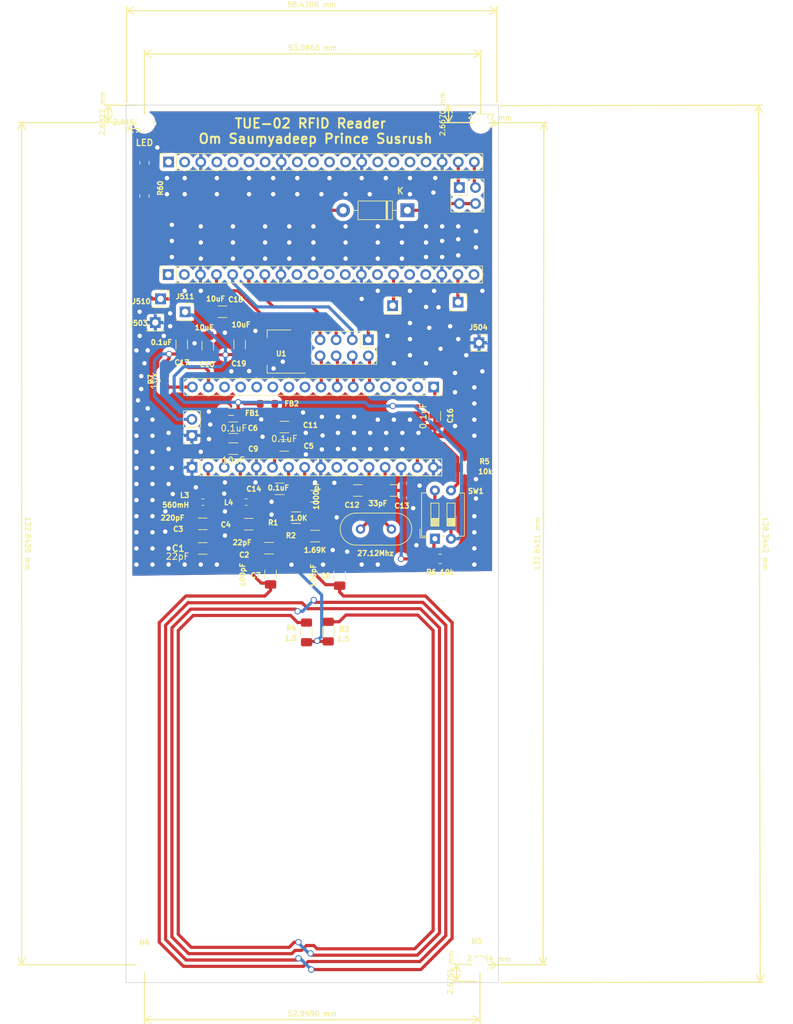
<source format=kicad_pcb>
(kicad_pcb (version 20221018) (generator pcbnew)
  (layers (0 "F.Cu" signal) (31 "B.Cu" signal) (34 "B.Paste" user) (35 "F.Paste" user) (36 "B.SilkS" user "B.Silkscreen") (37 "F.SilkS" user "F.Silkscreen") (38 "B.Mask" user) (39 "F.Mask" user) (44 "Edge.Cuts" user))
  (net 0 "")
  (net 1 "Net-(C1-Pad1)")
  (net 2 "Net-(C1-Pad2)")
  (net 3 "Net-(C2-Pad1)")
  (net 4 "Net-(C2-Pad2)")
  (net 5 "GND")
  (net 6 "/AVDD")
  (net 7 "/TVDD")
  (net 8 "/DVDD")
  (net 9 "/XTAL1")
  (net 10 "/XTAL2")
  (net 11 "/VMID")
  (net 12 "/RX")
  (net 13 "Net-(C15-Pad2)")
  (net 14 "/VIN")
  (net 15 "/MOSI{slash}SDA{slash}TX")
  (net 16 "/NSS{slash}SCL{slash}RX")
  (net 17 "/SCK")
  (net 18 "/MISO")
  (net 19 "/RSTOUT_N")
  (net 20 "/IRQ")
  (net 21 "/TX1")
  (net 22 "/TX2")
  (net 23 "/AUX1")
  (net 24 "/AUX2")
  (net 25 "/SEL0")
  (net 26 "/SEL1")
  (net 27 "/P30{slash}UART_RX")
  (net 28 "/P31")
  (net 29 "/P32")
  (net 30 "/P33")
  (net 31 "/P34{slash}SIC_CLK")
  (net 32 "/SIGOUT")
  (net 33 "/SIGIN")
  (net 34 "/RSTPD_N")
  (net 59 "/VSYS")
  (net 60 "/VBUS")
  (net 61 "/SCK1")
  (net 62 "/MOSI{slash}SDA{slash}TX1")
  (net 63 "/MISO1")
  (net 64 "/NSS{slash}SCL{slash}RX1")
  (net 65 "Net-(D1-K)")
  (net 66 "Net-(J43-Pin_1)")
  (net 67 "Net-(D2-K)")
  (net 68 "Net-(J44-Pin_1)")
  (footprint "Capacitor_SMD:C_1206_3216Metric_Pad1.33x1.80mm_HandSolder" (layer "F.Cu") (at 132.577 97.689)
    (fp_text reference "C11")
    (fp_text value "0.1uF")
  )
  (footprint "MountingHole:MountingHole_2.5mm" (layer "F.Cu") (at 163.449 182.5)
    (fp_text reference "H3")
    (fp_text value "MountingHole")
  )
  (footprint "Capacitor_SMD:C_1206_3216Metric_Pad1.33x1.80mm_HandSolder" (layer "F.Cu") (at 124.5145 101.092)
    (fp_text reference "C9")
    (fp_text value "10uF")
  )
  (footprint "Connector_PinSocket_2.54mm:PinSocket_1x16_P2.54mm_Vertical" (layer "F.Cu") (at 156.15 91.37 -90)
    (fp_text reference "J402" hide)
    (fp_text value "Conn_01x16_Socket" hide)
  )
  (footprint "Capacitor_SMD:C_1206_3216Metric_Pad1.33x1.80mm_HandSolder" (layer "F.Cu") (at 130.4 120.9515 90)
    (fp_text reference "C7")
    (fp_text value "100pF")
  )
  (footprint "Resistor_SMD:R_0805_2012Metric_Pad1.20x1.40mm_HandSolder" (layer "F.Cu") (at 160.95 104.1)
    (fp_text reference "R5")
    (fp_text value "10k")
  )
  (footprint "Capacitor_SMD:C_1206_3216Metric_Pad1.33x1.80mm_HandSolder" (layer "F.Cu") (at 149.977 107.696)
    (fp_text reference "C13")
    (fp_text value "33pF")
  )
  (footprint "Connector_PinSocket_2.54mm:PinSocket_1x01_P2.54mm_Vertical" (layer "F.Cu") (at 112.205 81.205)
    (fp_text reference "J503")
    (fp_text value "Conn_01x01_Socket")
  )
  (footprint "Connector_PinSocket_2.54mm:PinSocket_1x01_P2.54mm_Vertical" (layer "F.Cu") (at 116.905 79.525)
    (fp_text reference "J511")
    (fp_text value "Conn_01x01_Socket")
  )
  (footprint "Capacitor_SMD:C_1206_3216Metric_Pad1.33x1.80mm_HandSolder" (layer "F.Cu") (at 132.5395 100.584)
    (fp_text reference "C5")
    (fp_text value "10uF")
  )
  (footprint "Capacitor_SMD:C_1206_3216Metric_Pad1.33x1.80mm_HandSolder" (layer "F.Cu") (at 125.52 84.66 90)
    (fp_text reference "C19")
    (fp_text value "10uF")
  )
  (footprint "Capacitor_SMD:C_1206_3216Metric_Pad1.33x1.80mm_HandSolder" (layer "F.Cu") (at 141.3 121.1515 -90)
    (fp_text reference "C8")
    (fp_text value "100pF")
  )
  (footprint "Connector_PinSocket_2.54mm:PinSocket_1x01_P2.54mm_Vertical" (layer "F.Cu") (at 149.6568 78.5368)
    (fp_text reference "J43" hide)
    (fp_text value "Conn_01x01_Socket")
  )
  (footprint "Capacitor_SMD:C_1206_3216Metric_Pad1.33x1.80mm_HandSolder" (layer "F.Cu") (at 137.4145 108.589)
    (fp_text reference "C15" hide)
    (fp_text value "1000pF")
  )
  (footprint "Connector_PinSocket_2.54mm:PinSocket_1x01_P2.54mm_Vertical" (layer "F.Cu") (at 160 78)
    (fp_text reference "J44")
    (fp_text value "Conn_01x01_Socket")
  )
  (footprint "Capacitor_SMD:C_1206_3216Metric_Pad1.33x1.80mm_HandSolder" (layer "F.Cu") (at 156.33 95.9325 -90)
    (fp_text reference "C16")
    (fp_text value "0.1uF")
  )
  (footprint "Connector_PinSocket_2.54mm:PinSocket_1x20_P2.54mm_Vertical" (layer "F.Cu") (at 114.3 55.88 90)
    (fp_text reference "J8")
    (fp_text value "Conn_01x20_Socket")
  )
  (footprint "MountingHole:MountingHole_2.5mm" (layer "F.Cu") (at 163.576 49.657)
    (fp_text reference "H2")
    (fp_text value "MountingHole" hide)
  )
  (footprint "Connector_PinSocket_2.54mm:PinSocket_2x02_P2.54mm_Vertical" (layer "F.Cu") (at 160.2 59.9 90)
    (fp_text reference "J40" hide)
    (fp_text value "Conn_02x02_Counter_Clockwise")
  )
  (footprint "Connector_PinHeader_2.54mm:PinHeader_2x04_P2.54mm_Vertical" (layer "F.Cu") (at 145.83 83.92 -90)
    (fp_text reference "J50" hide)
    (fp_text value "Conn_02x04_Counter_Clockwise")
  )
  (footprint "Resistor_SMD:R_0805_2012Metric_Pad1.20x1.40mm_HandSolder" (layer "F.Cu") (at 157.177 118.489)
    (fp_text reference "R6")
    (fp_text value "10k")
  )
  (footprint "Resistor_SMD:R_1206_3216Metric_Pad1.30x1.75mm_HandSolder" (layer "F.Cu") (at 137.427 114.889)
    (fp_text reference "R2")
    (fp_text value "1.69K")
  )
  (footprint "Resistor_SMD:R_1206_3216Metric_Pad1.30x1.75mm_HandSolder" (layer "F.Cu") (at 139.4992 129.9588 -90)
    (fp_text reference "R3")
    (fp_text value "1.5")
  )
  (footprint "Inductor_SMD:L_0805_2012Metric_Pad1.05x1.20mm_HandSolder" (layer "F.Cu") (at 129.92 94.02 180)
    (fp_text reference "FB2")
    (fp_text value "ferrite" hide)
  )
  (footprint "Package_TO_SOT_SMD:SOT-223-3_TabPin2" (layer "F.Cu") (at 131.766 85.782 180)
    (fp_text reference "U1")
    (fp_text value "LD1117S33TR_SOT223")
  )
  (footprint "Inductor_SMD:L_0805_2012Metric_Pad1.05x1.20mm_HandSolder" (layer "F.Cu") (at 124.177 95.289 180)
    (fp_text reference "FB1")
    (fp_text value "ferrit" hide)
  )
  (footprint "Resistor_SMD:R_0805_2012Metric_Pad1.20x1.40mm_HandSolder" (layer "F.Cu") (at 113.677 90.389 -90)
    (fp_text reference "R7")
    (fp_text value "10k")
  )
  (footprint "Connector_PinSocket_2.54mm:PinSocket_1x20_P2.54mm_Vertical" (layer "F.Cu") (at 114.25 73.63 90)
    (fp_text reference "J7")
    (fp_text value "Conn_01x20_Socket")
  )
  (footprint "Resistor_SMD:R_0805_2012Metric_Pad1.20x1.40mm_HandSolder" (layer "F.Cu") (at 110.49 61.23 -90)
    (fp_text reference "R60")
    (fp_text value "10k")
  )
  (footprint "Inductor_SMD:L_0603_1608Metric_Pad1.05x0.95mm_HandSolder" (layer "F.Cu") (at 126.545 109.531)
    (fp_text reference "L4")
    (fp_text value "560mH" hide)
  )
  (footprint "Connector_PinSocket_2.54mm:PinSocket_1x01_P2.54mm_Vertical" (layer "F.Cu") (at 163.3 84.4)
    (fp_text reference "J504")
    (fp_text value "Conn_01x01_Socket")
  )
  (footprint "Capacitor_SMD:C_1206_3216Metric_Pad1.33x1.80mm_HandSolder" (layer "F.Cu") (at 131.826 107.442 180)
    (fp_text reference "C14")
    (fp_text value "0.1uF")
  )
  (footprint "Resistor_SMD:R_1206_3216Metric_Pad1.30x1.75mm_HandSolder" (layer "F.Cu") (at 136.0702 130.0858 90)
    (fp_text reference "R4")
    (fp_text value "1.5")
  )
  (footprint "MountingHole:MountingHole_2.5mm" (layer "F.Cu") (at 110.49 49.657)
    (fp_text reference "H1")
    (fp_text value "MountingHole")
  )
  (footprint "Capacitor_SMD:C_1206_3216Metric_Pad1.33x1.80mm_HandSolder" (layer "F.Cu") (at 119.6795 112.96)
    (fp_text reference "C3")
    (fp_text value "220pF")
  )
  (footprint "Connector_PinSocket_2.54mm:PinSocket_1x16_P2.54mm_Vertical" (layer "F.Cu") (at 118 104.044 90)
    (fp_text reference "J401" hide)
    (fp_text value "Conn_01x16_Socket" hide)
  )
  (footprint "Inductor_SMD:L_0603_1608Metric_Pad1.05x0.95mm_HandSolder" (layer "F.Cu") (at 119.715 109.531)
    (fp_text reference "L3")
    (fp_text value "560mH")
  )
  (footprint "Capacitor_SMD:C_1206_3216Metric_Pad1.33x1.80mm_HandSolder" (layer "F.Cu") (at 144.177 107.696 180)
    (fp_text reference "C12")
    (fp_text value "33pF" hide)
  )
  (footprint "Capacitor_SMD:C_1206_3216Metric_Pad1.33x1.80mm_HandSolder" (layer "F.Cu") (at 130.1658 116.8)
    (fp_text reference "C2")
    (fp_text value "22pF")
  )
  (footprint "Connector_PinSocket_2.54mm:PinSocket_1x01_P2.54mm_Vertical" (layer "F.Cu") (at 113.03 77.47)
    (fp_text reference "J510")
    (fp_text value "Conn_01x01_Socket")
  )
  (footprint "Capacitor_SMD:C_0805_2012Metric_Pad1.18x1.45mm_HandSolder" (layer "F.Cu") (at 110.49 56.01 90)
    (fp_text reference "LED")
    (fp_text value "LED")
  )
  (footprint "Resistor_SMD:R_1206_3216Metric_Pad1.30x1.75mm_HandSolder" (layer "F.Cu") (at 134.427 111.989)
    (fp_text reference "R1")
    (fp_text value "1.0K")
  )
  (footprint "Button_Switch_THT:SW_DIP_SPSTx02_Slide_6.7x6.64mm_W7.62mm_P2.54mm_LowProfile" (layer "F.Cu") (at 156.337 115.309 90)
    (fp_text reference "SW1")
    (fp_text value "SW_DPST_x2")
  )
  (footprint "Capacitor_SMD:C_1206_3216Metric_Pad1.33x1.80mm_HandSolder" (layer "F.Cu") (at 116.377 84.6515 90)
    (fp_text reference "C17")
    (fp_text value "0.1uF")
  )
  (footprint "Capacitor_SMD:C_1206_3216Metric_Pad1.33x1.80mm_HandSolder" (layer "F.Cu") (at 122.7975 79.5 180)
    (fp_text reference "C18")
    (fp_text value "10uF")
  )
  (footprint "Capacitor_SMD:C_1206_3216Metric_Pad1.33x1.80mm_HandSolder" (layer "F.Cu") (at 120.477 84.8515 90)
    (fp_text reference "C10")
    (fp_text value "10uF")
  )
  (footprint "MountingHole:MountingHole_2.5mm" (layer "F.Cu") (at 110.5 182.5)
    (fp_text reference "H4")
    (fp_text value "MountingHole")
  )
  (footprint "Capacitor_SMD:C_1206_3216Metric_Pad1.33x1.80mm_HandSolder" (layer "F.Cu") (at 119.677 116.84 180)
    (fp_text reference "C1")
    (fp_text value "22pF")
  )
  (footprint "Capacitor_SMD:C_1206_3216Metric_Pad1.33x1.80mm_HandSolder" (layer "F.Cu") (at 124.5145 97.79)
    (fp_text reference "C6")
    (fp_text value "0.1uF")
  )
  (footprint "Crystal:Crystal_HC49-U_Vertical" (layer "F.Cu") (at 144.597 113.789)
    (fp_text reference "Y1" hide)
    (fp_text value "27.12Mhz")
  )
  (footprint "Diode_THT:D_DO-41_SOD81_P10.16mm_Horizontal" (layer "F.Cu") (at 152 63.5 180)
    (fp_text reference "D1" hide)
    (fp_text value "1N5817")
  )
  (footprint "Connector_PinSocket_2.54mm:PinSocket_1x02_P2.54mm_Vertical" (layer "F.Cu") (at 117.98 99.014 180)
    (fp_text reference "J3" hide)
    (fp_text value "Conn_01x02_Socket" hide)
  )
  (footprint "Capacitor_SMD:C_1206_3216Metric_Pad1.33x1.80mm_HandSolder" (layer "F.Cu") (at 126.9675 113.008)
    (fp_text reference "C4")
    (fp_text value "220pF" hide)
  )
  (gr_rect (start 107.578 46.897) (end 166.37 185.334) (stroke (width 0.1)) (fill none) (layer "Edge.Cuts"))
  (gr_text "     TUE-02 RFID Reader \nOm Saumyadeep Prince Susrush" (at 118.872 53.086) (layer "F.SilkS") (effects (font (size 1.5 1.5) (thickness 0.3) bold) (justify left bottom)))
  (dimension (type aligned) (layer "F.SilkS") (pts (xy 110.49 49.657) (xy 110.525 46.975)) (height -5.717493) (gr_text "2.6822 mm" (at 103.840575 48.228997 89.25233465) (layer "F.SilkS") (effects (font (size 0.8 0.8) (thickness 0.15)))) (format (prefix "") (suffix "") (units 3) (units_format 1) (precision 4)) (style (thickness 0.2) (arrow_length 1.27) (text_position_mode 0) (extension_height 0.58642) (extension_offset 0.5) keep_text_aligned))
  (dimension (type aligned) (layer "F.SilkS") (pts (xy 107.696 46.99) (xy 166.116 46.99)) (height -14.986) (gr_text "58.4200 mm" (at 136.906 31.054) (layer "F.SilkS") (effects (font (size 0.8 0.8) (thickness 0.15)))) (format (prefix "") (suffix "") (units 3) (units_format 1) (precision 4)) (style (thickness 0.2) (arrow_length 1.27) (text_position_mode 0) (extension_height 0.58642) (extension_offset 0.5) keep_text_aligned))
  (dimension (type aligned) (layer "F.SilkS") (pts (xy 110.5 182.5) (xy 163.449 182.5)) (height 8.675) (gr_text "52.9490 mm" (at 136.9745 190.225) (layer "F.SilkS") (effects (font (size 0.8 0.8) (thickness 0.15)))) (format (prefix "") (suffix "") (units 3) (units_format 1) (precision 4)) (style (thickness 0.2) (arrow_length 1.27) (text_position_mode 0) (extension_height 0.58642) (extension_offset 0.5) keep_text_aligned))
  (dimension (type aligned) (layer "F.SilkS") (pts (xy 163.576 49.657) (xy 163.576 46.99)) (height -5.08) (gr_text "2.6670 mm" (at 157.546 48.3235 90) (layer "F.SilkS") (effects (font (size 0.8 0.8) (thickness 0.15)))) (format (prefix "") (suffix "") (units 3) (units_format 1) (precision 4)) (style (thickness 0.2) (arrow_length 1.27) (text_position_mode 0) (extension_height 0.58642) (extension_offset 0.5) keep_text_aligned))
  (dimension (type aligned) (layer "F.SilkS") (pts (xy 163.449 182.5) (xy 166.275 182.55)) (height 0) (gr_text "2.8264 mm" (at 164.878806 181.575149 358.98638) (layer "F.SilkS") (effects (font (size 0.8 0.8) (thickness 0.15)))) (format (prefix "") (suffix "") (units 3) (units_format 1) (precision 4)) (style (thickness 0.2) (arrow_length 1.27) (text_position_mode 0) (extension_height 0.58642) (extension_offset 0.5) keep_text_aligned))
  (dimension (type aligned) (layer "F.SilkS") (pts (xy 110.39 50.607) (xy 107.575 50.575)) (height 0) (gr_text "2.8152 mm" (at 108.993299 49.641061 -0.6512916429) (layer "F.SilkS") (effects (font (size 0.8 0.8) (thickness 0.15)))) (format (prefix "") (suffix "") (units 3) (units_format 1) (precision 4)) (style (thickness 0.2) (arrow_length 1.27) (text_position_mode 0) (extension_height 0.58642) (extension_offset 0.5) keep_text_aligned))
  (dimension (type aligned) (layer "F.SilkS") (pts (xy 166.116 46.99) (xy 166.37 185.334)) (height -41.317377) (gr_text "138.3442 mm" (at 208.510305 116.084397 270.1051951) (layer "F.SilkS") (effects (font (size 0.8 0.8) (thickness 0.15)))) (format (prefix "") (suffix "") (units 3) (units_format 1) (precision 4)) (style (thickness 0.2) (arrow_length 1.27) (text_position_mode 0) (extension_height 0.58642) (extension_offset 0.5) keep_text_aligned))
  (dimension (type aligned) (layer "F.SilkS") (pts (xy 163.576 49.657) (xy 163.449 182.5)) (height -9.953711) (gr_text "132.8431 mm" (at 172.516206 116.087108 89.94522435) (layer "F.SilkS") (effects (font (size 0.8 0.8) (thickness 0.15)))) (format (prefix "") (suffix "") (units 3) (units_format 1) (precision 4)) (style (thickness 0.2) (arrow_length 1.27) (text_position_mode 0) (extension_height 0.58642) (extension_offset 0.5) keep_text_aligned))
  (dimension (type aligned) (layer "F.SilkS") (pts (xy 110.49 49.657) (xy 110.5 182.5)) (height 19.381539) (gr_text "132.8430 mm" (at 92.063461 116.079887 270.004313) (layer "F.SilkS") (effects (font (size 0.8 0.8) (thickness 0.15)))) (format (prefix "") (suffix "") (units 3) (units_format 1) (precision 4)) (style (thickness 0.2) (arrow_length 1.27) (text_position_mode 0) (extension_height 0.58642) (extension_offset 0.5) keep_text_aligned))
  (dimension (type aligned) (layer "F.SilkS") (pts (xy 163.449 182.5) (xy 163.4 185.175)) (height 3.671288) (gr_text "2.6754 mm" (at 158.803987 183.752863 88.9505872) (layer "F.SilkS") (effects (font (size 0.8 0.8) (thickness 0.15)))) (format (prefix "") (suffix "") (units 3) (units_format 1) (precision 4)) (style (thickness 0.2) (arrow_length 1.27) (text_position_mode 0) (extension_height 0.58642) (extension_offset 0.5) keep_text_aligned))
  (dimension (type aligned) (layer "F.SilkS") (pts (xy 110.49 49.657) (xy 163.576 49.657)) (height -10.832) (gr_text "53.0860 mm" (at 137.033 37.875) (layer "F.SilkS") (effects (font (size 0.8 0.8) (thickness 0.15)))) (format (prefix "") (suffix "") (units 3) (units_format 1) (precision 4)) (style (thickness 0.2) (arrow_length 1.27) (text_position_mode 0) (extension_height 0.58642) (extension_offset 0.5) keep_text_aligned))
  (dimension (type aligned) (layer "F.SilkS") (pts (xy 163.576 49.657) (xy 166.35 49.8)) (height 0) (gr_text "2.7777 mm" (at 165.011908 48.77976 357.0490085) (layer "F.SilkS") (effects (font (size 0.8 0.8) (thickness 0.15)))) (format (prefix "") (suffix "") (units 3) (units_format 1) (precision 4)) (style (thickness 0.2) (arrow_length 1.27) (text_position_mode 0) (extension_height 0.58642) (extension_offset 0.5) keep_text_aligned))
  (segment (start 134.6732 126.7578) (end 134.3272 126.4118) (width 0.5) (layer "F.Cu") (net 1))
  (segment (start 137.742967 180.0028) (end 153.148772 180.0028) (width 0.5) (layer "F.Cu") (net 1))
  (segment (start 158.0572 177.9228) (end 153.9772 182.0028) (width 0.5) (layer "F.Cu") (net 1))
  (segment (start 134.3272 126.4118) (end 117.781628 126.4118) (width 0.5) (layer "F.Cu") (net 1))
  (segment (start 137.222967 179.4828) (end 137.742967 180.0028) (width 0.5) (layer "F.Cu") (net 1))
  (segment (start 153.623558 127.3448) (end 142.2932 127.3448) (width 0.5) (layer "F.Cu") (net 1))
  (segment (start 136.0502 179.4828) (end 137.222967 179.4828) (width 0.5) (layer "F.Cu") (net 1))
  (segment (start 124.211 117.597) (end 128.922 122.308) (width 0.5) (layer "F.Cu") (net 1))
  (segment (start 154.451986 125.3448) (end 158.0572 128.950014) (width 0.5) (layer "F.Cu") (net 1))
  (segment (start 153.9772 182.0028) (end 136.3242 182.0028) (width 0.5) (layer "F.Cu") (net 1))
  (segment (start 158.0572 128.950014) (end 158.0572 177.9228) (width 0.5) (layer "F.Cu") (net 1))
  (segment (start 112.8292 128.5358) (end 117.0202 124.3448) (width 0.5) (layer "F.Cu") (net 1))
  (segment (start 134.2722 180.2448) (end 135.2882 180.2448) (width 0.5) (layer "F.Cu") (net 1))
  (segment (start 135.5622 182.7648) (end 116.6392 182.7648) (width 0.5) (layer "F.Cu") (net 1))
  (segment (start 112.8292 178.9548) (end 112.8292 128.5358) (width 0.5) (layer "F.Cu") (net 1))
  (segment (start 153.148772 180.0028) (end 156.0572 177.094372) (width 0.5) (layer "F.Cu") (net 1))
  (segment (start 156.0572 129.778442) (end 153.623558 127.3448) (width 0.5) (layer "F.Cu") (net 1))
  (segment (start 130.4 123.4448) (end 129.5 124.3448) (width 0.5) (layer "F.Cu") (net 1))
  (segment (start 137.2132 124.9798) (end 137.4832 125.3448) (width 0.5) (layer "F.Cu") (net 1))
  (segment (start 114.8292 178.126372) (end 117.467628 180.7648) (width 0.5) (layer "F.Cu") (net 1))
  (segment (start 116.6392 182.7648) (end 112.8292 178.9548) (width 0.5) (layer "F.Cu") (net 1))
  (segment (start 156.0572 177.094372) (end 156.0572 129.778442) (width 0.5) (layer "F.Cu") (net 1))
  (segment (start 136.3242 182.0028) (end 135.5622 182.7648) (width 0.5) (layer "F.Cu") (net 1))
  (segment (start 117.781628 126.4118) (end 114.8292 129.364228) (width 0.5) (layer "F.Cu") (net 1))
  (segment (start 123.454 116.84) (end 124.211 117.597) (width 0.5) (layer "F.Cu") (net 1))
  (segment (start 135.2882 180.2448) (end 136.0502 179.4828) (width 0.5) (layer "F.Cu") (net 1))
  (segment (start 117.467628 180.7648) (end 133.7522 180.7648) (width 0.5) (layer "F.Cu") (net 1))
  (segment (start 141.2292 128.4088) (end 139.4992 128.4088) (width 0.5) (layer "F.Cu") (net 1))
  (segment (start 133.7522 180.7648) (end 134.2722 180.2448) (width 0.5) (layer "F.Cu") (net 1))
  (segment (start 128.922 122.308) (end 130.9532 122.308) (width 0.5) (layer "F.Cu") (net 1))
  (segment (start 121.077 116.84) (end 123.454 116.84) (width 0.5) (layer "F.Cu") (net 1))
  (segment (start 137.2132 124.9798) (end 137.3402 125.3448) (width 0.5) (layer "F.Cu") (net 1))
  (segment (start 137.4832 125.3448) (end 154.451986 125.3448) (width 0.5) (layer "F.Cu") (net 1))
  (segment (start 130.4 122.514) (end 130.4 123.4448) (width 0.5) (layer "F.Cu") (net 1))
  (segment (start 114.8292 129.364228) (end 114.8292 178.126372) (width 0.5) (layer "F.Cu") (net 1))
  (segment (start 142.2932 127.3448) (end 141.2292 128.4088) (width 0.5) (layer "F.Cu") (net 1))
  (segment (start 117.0202 124.3448) (end 129.5 124.3448) (width 0.5) (layer "F.Cu") (net 1))
  (via (at 137.2132 124.9798) (size 1) (drill 0.7) (layers "F.Cu" "B.Cu") (net 1))
  (via (at 134.6732 126.7578) (size 1) (drill 0.7) (layers "F.Cu" "B.Cu") (net 1))
  (segment (start 135.4352 126.7578) (end 137.2132 124.9798) (width 0.5) (layer "B.Cu") (net 1))
  (segment (start 134.6732 126.7578) (end 135.4352 126.7578) (width 0.5) (layer "B.Cu") (net 1))
  (segment (start 118.84 110.326) (end 118.117 111.049) (width 0.5) (layer "F.Cu") (net 2))
  (segment (start 118.117 116.2865) (end 118.1145 116.289) (width 0.5) (layer "F.Cu") (net 2))
  (segment (start 118.117 111.049) (end 118.117 112.96) (width 0.5) (layer "F.Cu") (net 2))
  (segment (start 118.117 112.96) (end 118.117 116.2865) (width 0.5) (layer "F.Cu") (net 2))
  (segment (start 118.84 109.531) (end 118.84 110.326) (width 0.5) (layer "F.Cu") (net 2))
  (segment (start 129.077 114.889) (end 128.63 114.889) (width 0.5) (layer "F.Cu") (net 3))
  (segment (start 128.53 115.389) (end 128.53 116.31) (width 0.5) (layer "F.Cu") (net 3))
  (segment (start 128.53 114.789) (end 128.53 114.889) (width 0.5) (layer "F.Cu") (net 3))
  (segment (start 128.53 115.389) (end 128.577 115.389) (width 0.5) (layer "F.Cu") (net 3))
  (segment (start 128.577 115.389) (end 129.077 114.889) (width 0.5) (layer "F.Cu") (net 3))
  (segment (start 135.877 114.889) (end 129.077 114.889) (width 0.5) (layer "F.Cu") (net 3))
  (segment (start 128.53 116.31) (end 128.403 116.437) (width 0.5) (layer "F.Cu") (net 3))
  (segment (start 128.53 113.008) (end 128.53 111.842) (width 0.5) (layer "F.Cu") (net 3))
  (segment (start 128.53 111.842) (end 127.42 110.732) (width 0.5) (layer "F.Cu") (net 3))
  (segment (start 128.53 114.342) (end 129.077 114.889) (width 0.5) (layer "F.Cu") (net 3))
  (segment (start 128.53 114.289) (end 128.53 114.789) (width 0.5) (layer "F.Cu") (net 3))
  (segment (start 127.42 110.732) (end 127.42 109.531) (width 0.5) (layer "F.Cu") (net 3))
  (segment (start 128.53 113.008) (end 128.53 114.289) (width 0.5) (layer "F.Cu") (net 3))
  (segment (start 128.63 114.889) (end 128.53 114.789) (width 0.5) (layer "F.Cu") (net 3))
  (segment (start 128.53 114.889) (end 128.53 115.389) (width 0.5) (layer "F.Cu") (net 3))
  (segment (start 128.53 114.289) (end 128.53 114.342) (width 0.5) (layer "F.Cu") (net 3))
  (segment (start 134.7842 181.7648) (end 134.8002 181.4948) (width 0.5) (layer "F.Cu") (net 4))
  (segment (start 157.0572 177.508586) (end 157.0572 129.364228) (width 0.5) (layer "F.Cu") (net 4))
  (segment (start 136.8322 183.2728) (end 136.8162 183.0028) (width 0.5) (layer "F.Cu") (net 4))
  (segment (start 115.8292 129.778442) (end 118.195842 127.4118) (width 0.5) (layer "F.Cu") (net 4))
  (segment (start 153.562986 181.0028) (end 157.0572 177.508586) (width 0.5) (layer "F.Cu") (net 4))
  (segment (start 113.8292 128.950014) (end 113.8292 178.540586) (width 0.5) (layer "F.Cu") (net 4))
  (segment (start 159.0572 128.5358) (end 159.0572 178.337014) (width 0.5) (layer "F.Cu") (net 4))
  (segment (start 134.147986 178.9548) (end 133.337986 179.7648) (width 0.5) (layer "F.Cu") (net 4))
  (segment (start 159.0572 178.337014) (end 154.121414 183.2728) (width 0.5) (layer "F.Cu") (net 4))
  (segment (start 134.8002 178.9548) (end 134.147986 178.9548) (width 0.5) (layer "F.Cu") (net 4))
  (segment (start 134.8002 181.7488) (end 134.8002 181.4948) (width 0.5) (layer "F.Cu") (net 4))
  (segment (start 141.3 123.7248) (end 141.92 124.3448) (width 0.5) (layer "F.Cu") (net 4))
  (segment (start 141.92 124.3448) (end 154.866199 124.344799) (width 0.5) (layer "F.Cu") (net 4))
  (segment (start 136.2922 126.3448) (end 135.3592 125.4118) (width 0.5) (layer "F.Cu") (net 4))
  (segment (start 113.8292 178.540586) (end 117.053414 181.7648) (width 0.5) (layer "F.Cu") (net 4))
  (segment (start 154.121414 183.2728) (end 136.8322 183.2728) (width 0.5) (layer "F.Cu") (net 4))
  (segment (start 141.3 122.714) (end 141.3 123.7248) (width 0.5) (layer "F.Cu") (net 4))
  (segment (start 139.082 122.562) (end 133.2138 116.6938) (width 0.5) (layer "F.Cu") (net 4))
  (segment (start 133.559433 127.4118) (end 134.683433 128.5358) (width 0.5) (layer "F.Cu") (net 4))
  (segment (start 115.8292 177.712158) (end 115.8292 129.778442) (width 0.5) (layer "F.Cu") (net 4))
  (segment (start 117.881842 179.7648) (end 115.8292 177.712158) (width 0.5) (layer "F.Cu") (net 4))
  (segment (start 134.683433 128.5358) (end 136.0702 128.5358) (width 0.5) (layer "F.Cu") (net 4))
  (segment (start 117.409807 125.369407) (end 113.8292 128.950014) (width 0.5) (layer "F.Cu") (net 4))
  (segment (start 136.7052 181.0028) (end 153.562986 181.0028) (width 0.5) (layer "F.Cu") (net 4))
  (segment (start 117.053414 181.7648) (end 134.7842 181.7648) (width 0.5) (layer "F.Cu") (net 4))
  (segment (start 154.037772 126.3448) (end 136.2922 126.3448) (width 0.5) (layer "F.Cu") (net 4))
  (segment (start 157.0572 129.364228) (end 154.037772 126.3448) (width 0.5) (layer "F.Cu") (net 4))
  (segment (start 118.195842 127.4118) (end 133.559433 127.4118) (width 0.5) (layer "F.Cu") (net 4))
  (segment (start 135.3592 125.4118) (end 117.4522 125.4118) (width 0.5) (layer "F.Cu") (net 4))
  (segment (start 133.2138 116.6938) (end 131.7283 116.6938) (width 0.5) (layer "F.Cu") (net 4))
  (segment (start 133.337986 179.7648) (end 117.881842 179.7648) (width 0.5) (layer "F.Cu") (net 4))
  (segment (start 140.9112 122.562) (end 139.082 122.562) (width 0.5) (layer "F.Cu") (net 4))
  (segment (start 154.866199 124.344799) (end 159.0572 128.5358) (width 0.5) (layer "F.Cu") (net 4))
  (segment (start 117.4522 125.4118) (end 117.409807 125.369407) (width 0.5) (layer "F.Cu") (net 4))
  (via (at 134.8002 178.9548) (size 1) (drill 0.7) (layers "F.Cu" "B.Cu") (net 4))
  (via (at 134.8002 181.4948) (size 1) (drill 0.7) (layers "F.Cu" "B.Cu") (net 4))
  (via (at 136.7052 180.7328) (size 1) (drill 0.7) (layers "F.Cu" "B.Cu") (net 4))
  (via (at 136.8322 183.2728) (size 1) (drill 0.7) (layers "F.Cu" "B.Cu") (net 4))
  (segment (start 134.8002 181.4948) (end 135.0542 181.4948) (width 0.5) (layer "B.Cu") (net 4))
  (segment (start 134.8002 178.9548) (end 134.6732 178.9548) (width 0.5) (layer "B.Cu") (net 4))
  (segment (start 136.4512 180.7328) (end 134.8002 179.0818) (width 0.5) (layer "B.Cu") (net 4))
  (segment (start 136.7052 180.7328) (end 136.4512 180.7328) (width 0.5) (layer "B.Cu") (net 4))
  (segment (start 135.0542 181.4948) (end 136.8322 183.2728) (width 0.5) (layer "B.Cu") (net 4))
  (segment (start 134.8002 179.0818) (end 134.8002 178.9548) (width 0.5) (layer "B.Cu") (net 4))
  (segment (start 134.6732 178.9548) (end 134.6732 178.9548) (width 0.5) (layer "B.Cu") (net 4))
  (segment (start 137.84919 131.5088) (end 137.754997 131.414607) (width 0.5) (layer "F.Cu") (net 5))
  (segment (start 136.1972 131.5088) (end 136.0702 131.6358) (width 0.5) (layer "F.Cu") (net 5))
  (segment (start 137.660804 131.5088) (end 136.1972 131.5088) (width 0.5) (layer "F.Cu") (net 5))
  (segment (start 139.4992 131.5088) (end 137.84919 131.5088) (width 0.5) (layer "F.Cu") (net 5))
  (segment (start 137.754997 131.414607) (end 137.660804 131.5088) (width 0.5) (layer "F.Cu") (net 5))
  (via (at 142.24 71.12) (size 1) (drill 0.7) (layers "F.Cu" "B.Cu") (net 5))
  (via (at 111.76 99.06) (size 1) (drill 0.7) (layers "F.Cu" "B.Cu") (net 5))
  (via (at 129.13 99.22) (size 1) (drill 0.7) (layers "F.Cu" "B.Cu") (net 5))
  (via (at 114.046 60.96) (size 1) (drill 0.7) (layers "F.Cu" "B.Cu") (net 5))
  (via (at 109.22 119.38) (size 1) (drill 0.7) (layers "F.Cu" "B.Cu") (net 5))
  (via (at 158.75 81.788) (size 1) (drill 0.7) (layers "F.Cu" "B.Cu") (net 5))
  (via (at 160.02 83.82) (size 1) (drill 0.7) (layers "F.Cu" "B.Cu") (net 5))
  (via (at 159.512 89.154) (size 1) (drill 0.7) (layers "F.Cu" "B.Cu") (net 5))
  (via (at 114.3 119.38) (size 1) (drill 0.7) (layers "F.Cu" "B.Cu") (net 5))
  (via (at 116.84 58.42) (size 1) (drill 0.7) (layers "F.Cu" "B.Cu") (net 5))
  (via (at 119.38 71.12) (size 1) (drill 0.7) (layers "F.Cu" "B.Cu") (net 5))
  (via (at 114.3 116.84) (size 1) (drill 0.7) (layers "F.Cu" "B.Cu") (net 5))
  (via (at 114.808 70.866) (size 1) (drill 0.7) (layers "F.Cu" "B.Cu") (net 5))
  (via (at 128.01 82.52) (size 1) (drill 0.7) (layers "F.Cu" "B.Cu") (net 5))
  (via (at 133.7 119.4) (size 1) (drill 0.7) (layers "F.Cu" "B.Cu") (net 5))
  (via (at 111.76 96.52) (size 1) (drill 0.7) (layers "F.Cu" "B.Cu") (net 5))
  (via (at 157.48 70.866) (size 1) (drill 0.7) (layers "F.Cu" "B.Cu") (net 5))
  (via (at 119.38 66.04) (size 1) (drill 0.7) (layers "F.Cu" "B.Cu") (net 5))
  (via (at 160.02 66.04) (size 1) (drill 0.7) (layers "F.Cu" "B.Cu") (net 5))
  (via (at 157.226 85.344) (size 1) (drill 0.7) (layers "F.Cu" "B.Cu") (net 5))
  (via (at 159.512 97.536) (size 1) (drill 0.7) (layers "F.Cu" "B.Cu") (net 5))
  (via (at 148.657 98.609) (size 1) (drill 0.7) (layers "F.Cu" "B.Cu") (net 5))
  (via (at 109.22 85.598) (size 1) (drill 0.7) (layers "F.Cu" "B.Cu") (net 5))
  (via (at 121.92 58.42) (size 1) (drill 0.7) (layers "F.Cu" "B.Cu") (net 5))
  (via (at 139.7 58.42) (size 1) (drill 0.7) (layers "F.Cu" "B.Cu") (net 5))
  (via (at 129.54 71.12) (size 1) (drill 0.7) (layers "F.Cu" "B.Cu") (net 5))
  (via (at 142.24 66.04) (size 1) (drill 0.7) (layers "F.Cu" "B.Cu") (net 5))
  (via (at 153.416 116.332) (size 1) (drill 0.7) (layers "F.Cu" "B.Cu") (net 5))
  (via (at 163.83 88.9) (size 1) (drill 0.7) (layers "F.Cu" "B.Cu") (net 5))
  (via (at 156.21 76.2) (size 1) (drill 0.7) (layers "F.Cu" "B.Cu") (net 5))
  (via (at 124.46 66.04) (size 1) (drill 0.7) (layers "F.Cu" "B.Cu") (net 5))
  (via (at 154.94 78.74) (size 1) (drill 0.7) (layers "F.Cu" "B.Cu") (net 5))
  (via (at 109.22 101.6) (size 1) (drill 0.7) (layers "F.Cu" "B.Cu") (net 5))
  (via (at 146.117 101.149) (size 1) (drill 0.7) (layers "F.Cu" "B.Cu") (net 5))
  (via (at 116.84 119.38) (size 1) (drill 0.7) (layers "F.Cu" "B.Cu") (net 5))
  (via (at 109.474 93.472) (size 1) (drill 0.7) (layers "F.Cu" "B.Cu") (net 5))
  (via (at 162.56 99.06) (size 1) (drill 0.7) (layers "F.Cu" "B.Cu") (net 5))
  (via (at 153.924 106.934) (size 1) (drill 0.7) (layers "F.Cu" "B.Cu") (net 5))
  (via (at 148.59 58.42) (size 1) (drill 0.7) (layers "F.Cu" "B.Cu") (net 5))
  (via (at 114.808 104.14) (size 1) (drill 0.7) (layers "F.Cu" "B.Cu") (net 5))
  (via (at 151.197 98.609) (size 1) (drill 0.7) (layers "F.Cu" "B.Cu") (net 5))
  (via (at 162.56 114.3) (size 1) (drill 0.7) (layers "F.Cu" "B.Cu") (net 5))
  (via (at 130.81 58.42) (size 1) (drill 0.7) (layers "F.Cu" "B.Cu") (net 5))
  (via (at 137.754997 131.414607) (size 1) (drill 0.7) (layers "F.Cu" "B.Cu") (net 5))
  (via (at 161.29 86.36) (size 1) (drill 0.7) (layers "F.Cu" "B.Cu") (net 5))
  (via (at 114.3 101.149) (size 1) (drill 0.7) (layers "F.Cu" "B.Cu") (net 5))
  (via (at 127 60.96) (size 1) (drill 0.7) (layers "F.Cu" "B.Cu") (net 5))
  (via (at 148.657 101.149) (size 1) (drill 0.7) (layers "F.Cu" "B.Cu") (net 5))
  (via (at 162.56 93.98) (size 1) (drill 0.7) (layers "F.Cu" "B.Cu") (net 5))
  (via (at 162.56 116.84) (size 1) (drill 0.7) (layers "F.Cu" "B.Cu") (net 5))
  (via (at 142.24 68.58) (size 1) (drill 0.7) (layers "F.Cu" "B.Cu") (net 5))
  (via (at 152.4 60.96) (size 1) (drill 0.7) (layers "F.Cu" "B.Cu") (net 5))
  (via (at 162.814 105.918) (size 1) (drill 0.7) (layers "F.Cu" "B.Cu") (net 5))
  (via (at 123.077 108.189) (size 1) (drill 0.7) (layers "F.Cu" "B.Cu") (net 5))
  (via (at 143.577 98.609) (size 1) (drill 0.7) (layers "F.Cu" "B.Cu") (net 5))
  (via (at 152.4 83.82) (size 1) (drill 0.7) (layers "F.Cu" "B.Cu") (net 5))
  (via (at 149.86 87.63) (size 1) (drill 0.7) (layers "F.Cu" "B.Cu") (net 5))
  (via (at 152.908 110.49) (size 1) (drill 0.7) (layers "F.Cu" "B.Cu") (net 5))
  (via (at 133.35 68.58) (size 1) (drill 0.7) (layers "F.Cu" "B.Cu") (net 5))
  (via (at 137.16 68.58) (size 1) (drill 0.7) (layers "F.Cu" "B.Cu") (net 5))
  (via (at 135.53 95.39) (size 1) (drill 0.7) (layers "F.Cu" "B.Cu") (net 5))
  (via (at 109.22 111.76) (size 1) (drill 0.7) (layers "F.Cu" "B.Cu") (net 5))
  (via (at 147.32 71.12) (size 1) (drill 0.7) (layers "F.Cu" "B.Cu") (net 5))
  (via (at 153.737 98.609) (size 1) (drill 0.7) (layers "F.Cu" "B.Cu") (net 5))
  (via (at 130.556 109.474) (size 1) (drill 0.7) (layers "F.Cu" "B.Cu") (net 5))
  (via (at 114.046 58.42) (size 1) (drill 0.7) (layers "F.Cu" "B.Cu") (net 5))
  (via (at 151.13 66.04) (size 1) (drill 0.7) (layers "F.Cu" "B.Cu") (net 5))
  (via (at 140.208 117.094) (size 1) (drill 0.7) (layers "F.Cu" "B.Cu") (net 5))
  (via (at 120.65 95.25) (size 1) (drill 0.7) (layers "F.Cu" "B.Cu") (net 5))
  (via (at 154.94 87.63) (size 1) (drill 0.7) (layers "F.Cu" "B.Cu") (net 5))
  (via (at 114.808 68.326) (size 1) (drill 0.7) (layers "F.Cu" "B.Cu") (net 5))
  (via (at 156.4 58.4) (size 1) (drill 0.7) (layers "F.Cu" "B.Cu") (net 5))
  (via (at 135.97 102.01) (size 1) (drill 0.7) (layers "F.Cu" "B.Cu") (net 5))
  (via (at 123.19 82.804) (size 1) (drill 0.7) (layers "F.Cu" "B.Cu") (net 5))
  (via (at 142.24 60.96) (size 1) (drill 0.7) (layers "F.Cu" "B.Cu") (net 5))
  (via (at 119.38 76.2) (size 1) (drill 0.7) (layers "F.Cu" "B.Cu") (net 5))
  (via (at 129.54 66.04) (size 1) (drill 0.7) (layers "F.Cu" "B.Cu") (net 5))
  (via (at 143.577 96.069) (size 1) (drill 0.7) (layers "F.Cu" "B.Cu") (net 5))
  (via (at 109.728 83.312) (size 1) (drill 0.7) (layers "F.Cu" "B.Cu") (net 5))
  (via (at 116.84 60.96) (size 1) (drill 0.7) (layers "F.Cu" "B.Cu") (net 5))
  (via (at 114.96 108.25) (size 1) (drill 0.7) (layers "F.Cu" "B.Cu") (net 5))
  (via (at 110.49 87.63) (size 1) (drill 0.7) (layers "F.Cu" "B.Cu") (net 5))
  (via (at 119.38 68.58) (size 1) (drill 0.7) (layers "F.Cu" "B.Cu") (net 5))
  (via (at 124.46 71.12) (size 1) (drill 0.7) (layers "F.Cu" "B.Cu") (net 5))
  (via (at 121.92 60.96) (size 1) (drill 0.7) (layers "F.Cu" "B.Cu") (net 5))
  (via (at 152.4 86.36) (size 1) (drill 0.7) (layers "F.Cu" "B.Cu") (net 5))
  (via (at 138.61 99.02) (size 1) (drill 0.7) (layers "F.Cu" "B.Cu") (net 5))
  (via (at 138.497 96.069) (size 1) (drill 0.7) (layers "F.Cu" "B.Cu") (net 5))
  (via (at 133.35 66.04) (size 1) (drill 0.7) (layers "F.Cu" "B.Cu") (net 5))
  (via (at 162.814 108.966) (size 1) (drill 0.7) (layers "F.Cu" "B.Cu") (net 5))
  (via (at 156.9 78.8) (size 1) (drill 0.7) (layers "F.Cu" "B.Cu") (net 5))
  (via (at 123.19 114.808) (size 1) (drill 0.7) (layers "F.Cu" "B.Cu") (net 5))
  (via (at 162.56 96.52) (size 1) (drill 0.7) (layers "F.Cu" "B.Cu") (net 5))
  (via (at 141.037 101.149) (size 1) (drill 0.7) (layers "F.Cu" "B.Cu") (net 5))
  (via (at 111.76 109.22) (size 1) (drill 0.7) (layers "F.Cu" "B.Cu") (net 5))
  (via (at 152.4 96.52) (size 1) (drill 0.7) (layers "F.Cu" "B.Cu") (net 5))
  (via (at 130.877 88.449) (size 1) (drill 0.7) (layers "F.Cu" "B.Cu") (net 5))
  (via (at 134.62 58.42) (size 1) (drill 0.7) (layers "F.Cu" "B.Cu") (net 5))
  (via (at 132.334 87.376) (size 1) (drill 0.7) (layers "F.Cu" "B.Cu") (net 5))
  (via (at 110.998 85.598) (size 1) (drill 0.7) (layers "F.Cu" "B.Cu") (net 5))
  (via (at 109.22 114.3) (size 1) (drill 0.7) (layers "F.Cu" "B.Cu") (net 5))
  (via (at 135.957 98.609) (size 1) (drill 0.7) (layers "F.Cu" "B.Cu") (net 5))
  (via (at 123.19 111) (size 1) (drill 0.7) (layers "F.Cu" "B.Cu") (net 5))
  (via (at 154.94 70.866) (size 1) (drill 0.7) (layers "F.Cu" "B.Cu") (net 5))
  (via (at 111.76 116.84) (size 1) (drill 0.7) (layers "F.Cu" "B.Cu") (net 5))
  (via (at 109.728 79.502) (size 1) (drill 0.7) (layers "F.Cu" "B.Cu") (net 5))
  (via (at 111.76 111.76) (size 1) (drill 0.7) (layers "F.Cu" "B.Cu") (net 5))
  (via (at 144.78 77.47) (size 1) (drill 0.7) (layers "F.Cu" "B.Cu") (net 5))
  (via (at 157.48 66.04) (size 1) (drill 0.7) (layers "F.Cu" "B.Cu") (net 5))
  (via (at 138.684 119.38) (size 1) (drill 0.7) (layers "F.Cu" "B.Cu") (net 5))
  (via (at 151.197 101.149) (size 1) (drill 0.7) (layers "F.Cu" "B.Cu") (net 5))
  (via (at 162.814 66.802) (size 1) (drill 0.7) (layers "F.Cu" "B.Cu") (net 5))
  (via (at 109.22 99.06) (size 1) (drill 0.7) (layers "F.Cu" "B.Cu") (net 5))
  (via (at 109.22 96.52) (size 1) (drill 0.7) (layers "F.Cu" "B.Cu") (net 5))
  (via (at 146.117 98.609) (size 1) (drill 0.7) (layers "F.Cu" "B.Cu") (net 5))
  (via (at 154.94 68.58) (size 1) (drill 0.7) (layers "F.Cu" "B.Cu") (net 5))
  (via (at 141.037 98.609) (size 1) (drill 0.7) (layers "F.Cu" "B.Cu") (net 5))
  (via (at 151.13 68.58) (size 1) (drill 0.7) (layers "F.Cu" "B.Cu") (net 5))
  (via (at 141.037 96.069) (size 1) (drill 0.7) (layers "F.Cu" "B.Cu") (net 5))
  (via (at 111.76 104.14) (size 1) (drill 0.7) (layers "F.Cu" "B.Cu") (net 5))
  (via (at 155.448 82.042) (size 1) (drill 0.7) (layers "F.Cu" "B.Cu") (net 5))
  (via (at 147.32 96.52) (size 1) (drill 0.7) (layers "F.Cu" "B.Cu") (net 5))
  (via (at 152.4 76.2) (size 1) (drill 0.7) (layers "F.Cu" "B.Cu") (net 5))
  (via (at 147.32 119.38) (size 1) (drill 0.7) (layers "F.Cu" "B.Cu") (net 5))
  (via (at 118.6 107.2) (size 1) (drill 0.7) (layers "F.Cu" "B.Cu") (net 5))
  (via (at 121.92 119.38) (size 1) (drill 0.7) (layers "F.Cu" "B.Cu") (net 5))
  (via (at 152.4 58.42) (size 1) (drill 0.7) (layers "F.Cu" "B.Cu") (net 5))
  (via (at 130.556 111.506) (size 1) (drill 0.7) (layers "F.Cu" "B.Cu") (net 5))
  (via (at 109.22 116.84) (size 1) (drill 0.7) (layers "F.Cu" "B.Cu") (net 5))
  (via (at 110.998 94.742) (size 1) (drill 0.7) (layers "F.Cu" "B.Cu") (net 5))
  (via (at 147.32 66.04) (size 1) (drill 0.7) (layers "F.Cu" "B.Cu") (net 5))
  (via (at 143.577 101.149) (size 1) (drill 0.7) (layers "F.Cu" "B.Cu") (net 5))
  (via (at 138.49 101.22) (size 1) (drill 0.7) (layers "F.Cu" "B.Cu") (net 5))
  (via (at 162.56 91.44) (size 1) (drill 0.7) (layers "F.Cu" "B.Cu") (net 5))
  (via (at 127 58.42) (size 1) (drill 0.7) (layers "F.Cu" "B.Cu") (net 5))
  (via (at 140.462 106.489) (size 1) (drill 0.7) (layers "F.Cu" "B.Cu") (net 5))
  (via (at 138.43 60.96) (size 1) (drill 0.7) (layers "F.Cu" "B.Cu") (net 5))
  (via (at 119.38 119.38) (size 1) (drill 0.7) (layers "F.Cu" "B.Cu") (net 5))
  (via (at 160.02 68.072) (size 1) (drill 0.7) (layers "F.Cu" "B.Cu") (net 5))
  (via (at 137.16 66.04) (size 1) (drill 0.7) (layers "F.Cu" "B.Cu") (net 5))
  (via (at 114.3 106.68) (size 1) (drill 0.7) (layers "F.Cu" "B.Cu") (net 5))
  (via (at 162.814 69.342) (size 1) (drill 0.7) (layers "F.Cu" "B.Cu") (net 5))
  (via (at 157.48 68.326) (size 1) (drill 0.7) (layers "F.Cu" "B.Cu") (net 5))
  (via (at 147.32 76.2) (size 1) (drill 0.7) (layers "F.Cu" "B.Cu") (net 5))
  (via (at 147.32 68.58) (size 1) (drill 0.7) (layers "F.Cu" "B.Cu") (net 5))
  (via (at 142.494 117.348) (size 1) (drill 0.7) (layers "F.Cu" "B.Cu") (net 5))
  (via (at 148.844 83.312) (size 1) (drill 0.7) (layers "F.Cu" "B.Cu") (net 5))
  (via (at 160.02 70.612) (size 1) (drill 0.7) (layers "F.Cu" "B.Cu") (net 5))
  (via (at 118.4 84.48) (size 1) (drill 0.7) (layers "F.Cu" "B.Cu") (net 5))
  (via (at 114.808 65.786) (size 1) (drill 0.7) (layers "F.Cu" "B.Cu") (net 5))
  (via (at 154.94 66.04) (size 1) (drill 0.7) (layers "F.Cu" "B.Cu") (net 5))
  (via (at 133.35 71.12) (size 1) (drill 0.7) (layers "F.Cu" "B.Cu") (net 5))
  (via (at 128.92 96.48) (size 1) (drill 0.7) (layers "F.Cu" "B.Cu") (net 5))
  (via (at 151.13 71.12) (size 1) (drill 0.7) (layers "F.Cu" "B.Cu") (net 5))
  (via (at 144.78 58.42) (size 1) (drill 0.7) (layers "F.Cu" "B.Cu") (net 5))
  (via (at 129.54 68.58) (size 1) (drill 0.7) (layers "F.Cu" "B.Cu") (net 5))
  (via (at 156.1 60.7) (size 1) (drill 0.7) (layers "F.Cu" "B.Cu") (net 5))
  (via (at 162.56 111.76) (size 1) (drill 0.7) (layers "F.Cu" "B.Cu") (net 5))
  (via (at 111.76 119.38) (size 1) (drill 0.7) (layers "F.Cu" "B.Cu") (net 5))
  (via (at 116.84 76.2) (size 1) (drill 0.7) (layers "F.Cu" "B.Cu") (net 5))
  (via (at 113.77 114.18) (size 1) (drill 0.7) (layers "F.Cu" "B.Cu") (net 5))
  (via (at 114.554 81.788) (size 1) (drill 0.7) (layers "F.Cu" "B.Cu") (net 5))
  (via (at 124.206 88.9) (size 1) (drill 0.7) (layers "F.Cu" "B.Cu") (net 5))
  (via (at 120.877 97.289) (size 1) (drill 0.7) (layers "F.Cu" "B.Cu") (net 5))
  (via (at 134.62 60.96) (size 1) (drill 0.7) (layers "F.Cu" "B.Cu") (net 5))
  (via (at 130.81 60.96) (size 1) (drill 0.7) (layers "F.Cu" "B.Cu") (net 5))
  (via (at 123.19 106.426) (size 1) (drill 0.7) (layers "F.Cu" "B.Cu") (net 5))
  (via (at 128.016 106.426) (size 1) (drill 0.7) (layers "F.Cu" "B.Cu") (net 5))
  (via (at 113.792 110.998) (size 1) (drill 0.7) (layers "F.Cu" "B.Cu") (net 5))
  (via (at 109.982 91.694) (size 1) (drill 0.7) (layers "F.Cu" "B.Cu") (net 5))
  (via (at 114.554 79.756) (size 1) (drill 0.7) (layers "F.Cu" "B.Cu") (net 5))
  (via (at 111.76 101.6) (size 1) (drill 0.7) (layers "F.Cu" "B.Cu") (net 5))
  (via (at 109.22 106.68) (size 1) (drill 0.7) (layers "F.Cu" "B.Cu") (net 5))
  (via (at 111.76 106.68) (size 1) (drill 0.7) (layers "F.Cu" "B.Cu") (net 5))
  (via (at 109.22 109.22) (size 1) (drill 0.7) (layers "F.Cu" "B.Cu") (net 5))
  (via (at 159.512 92.202) (size 1) (drill 0.7) (layers "F.Cu" "B.Cu") (net 5))
  (via (at 124.46 68.58) (size 1) (drill 0.7) (layers "F.Cu" "B.Cu") (net 5))
  (via (at 111.76 114.3) (size 1) (drill 0.7) (layers "F.Cu" "B.Cu") (net 5))
  (via (at 119.377 101.589) (size 1) (drill 0.7) (layers "F.Cu" "B.Cu") (net 5))
  (via (at 137.414 106.426) (size 1) (drill 0.7) (layers "F.Cu" "B.Cu") (net 5))
  (via (at 149.86 96.52) (size 1) (drill 0.7) (layers "F.Cu" "B.Cu") (net 5))
  (via (at 120.677 99.589) (size 1) (drill 0.7) (layers "F.Cu" "B.Cu") (net 5))
  (via (at 162.56 119.38) (size 1) (drill 0.7) (layers "F.Cu" "B.Cu") (net 5))
  (via (at 114.3 98.609) (size 1) (drill 0.7) (layers "F.Cu" "B.Cu") (net 5))
  (via (at 152.4 81.28) (size 1) (drill 0.7) (layers "F.Cu" "B.Cu") (net 5))
  (via (at 127.02 88.86) (size 1) (drill 0.7) (layers "F.Cu" "B.Cu") (net 5))
  (via (at 109.22 104.14) (size 1) (drill 0.7) (layers "F.Cu" "B.Cu") (net 5))
  (via (at 146.05 60.96) (size 1) (drill 0.7) (layers "F.Cu" "B.Cu") (net 5))
  (via (at 112.522 53.594) (size 1) (drill 0.7) (layers "F.Cu" "B.Cu") (net 5))
  (via (at 109.982 89.662) (size 1) (drill 0.7) (layers "F.Cu" "B.Cu") (net 5))
  (via (at 137.16 71.12) (size 1) (drill 0.7) (layers "F.Cu" "B.Cu") (net 5))
  (via (at 144.78 119.38) (size 1) (drill 0.7) (layers "F.Cu" "B.Cu") (net 5))
  (via (at 140.83 111.94) (size 1) (drill 0.7) (layers "F.Cu" "B.Cu") (net 5))
  (via (at 113.538 83.312) (size 1) (drill 0.7) (layers "F.Cu" "B.Cu") (net 5))
  (via (at 163.83 76.2) (size 1) (drill 0.7) (layers "F.Cu" "B.Cu") (net 5))
  (segment (start 137.805797 131.363807) (end 137.754997 131.414607) (width 0.5) (layer "B.Cu") (net 5))
  (segment (start 138.4632 130.706404) (end 137.754997 131.414607) (width 0.5) (layer "B.Cu") (net 5))
  (segment (start 138.4632 124.1752) (end 138.4632 130.706404) (width 0.5) (layer "B.Cu") (net 5))
  (segment (start 133.7 119.4) (end 133.7 119.412) (width 0.5) (layer "B.Cu") (net 5))
  (segment (start 133.7 119.412) (end 138.4632 124.1752) (width 0.5) (layer "B.Cu") (net 5))
  (segment (start 130.6395 103.9835) (end 130.7 104.044) (width 0.5) (layer "F.Cu") (net 6))
  (segment (start 131.027 103.717) (end 130.7 104.044) (width 0.5) (layer "F.Cu") (net 6))
  (segment (start 130.627 100.8765) (end 130.6395 100.889) (width 0.5) (layer "F.Cu") (net 6))
  (segment (start 131.027 94.389) (end 131.027 103.717) (width 0.5) (layer "F.Cu") (net 6))
  (segment (start 122.94 103.904) (end 123.08 104.044) (width 0.5) (layer "F.Cu") (net 7))
  (segment (start 123.027 95.689) (end 123.027 103.991) (width 0.5) (layer "F.Cu") (net 7))
  (segment (start 123.027 103.991) (end 123.08 104.044) (width 0.5) (layer "F.Cu") (net 7))
  (segment (start 120.477 86.164) (end 116.277 86.164) (width 0.5) (layer "F.Cu") (net 8))
  (segment (start 128.77 94.02) (end 126.308 94.02) (width 0.5) (layer "F.Cu") (net 8))
  (segment (start 116.277 87.1332) (end 117.4438 88.3) (width 0.5) (layer "F.Cu") (net 8))
  (segment (start 123.277 86.289) (end 120.602 86.289) (width 0.5) (layer "F.Cu") (net 8))
  (segment (start 114.377 86.889) (end 113.677 87.589) (width 0.5) (layer "F.Cu") (net 8))
  (segment (start 123.302 86.264) (end 123.277 86.289) (width 0.5) (layer "F.Cu") (net 8))
  (segment (start 114.377 86.164) (end 114.377 86.889) (width 0.5) (layer "F.Cu") (net 8))
  (segment (start 125.277 93.789) (end 125.277 95.639) (width 0.5) (layer "F.Cu") (net 8))
  (segment (start 156.337 107.689) (end 156.337 109.349) (width 0.5) (layer "F.Cu") (net 8))
  (segment (start 125.277 93.789) (end 126.077 93.789) (width 0.5) (layer "F.Cu") (net 8))
  (segment (start 116.277 86.164) (end 116.277 87.1332) (width 0.5) (layer "F.Cu") (net 8))
  (segment (start 129.124 85.909) (end 128.997 85.782) (width 0.5) (layer "F.Cu") (net 8))
  (segment (start 126.308 94.02) (end 126.077 93.789) (width 0.5) (layer "F.Cu") (net 8))
  (segment (start 120.0518 88.3) (end 120.59 88.8382) (width 0.5) (layer "F.Cu") (net 8))
  (segment (start 156.33 94.37) (end 156.33 91.55) (width 0.5) (layer "F.Cu") (net 8))
  (segment (start 120.59 88.8382) (end 120.59 91.37) (width 0.5) (layer "F.Cu") (net 8))
  (segment (start 125.177 86.264) (end 128.134 86.264) (width 0.5) (layer "F.Cu") (net 8))
  (segment (start 134.916 85.782) (end 128.616 85.782) (width 0.5) (layer "F.Cu") (net 8))
  (segment (start 117.4438 88.3) (end 120.0518 88.3) (width 0.5) (layer "F.Cu") (net 8))
  (segment (start 128.134 86.264) (end 128.616 85.782) (width 0.5) (layer "F.Cu") (net 8))
  (segment (start 158.877 111.889) (end 158.877 115.309) (width 0.5) (layer "F.Cu") (net 8))
  (segment (start 156.33 91.55) (end 156.15 91.37) (width 0.5) (layer "F.Cu") (net 8))
  (segment (start 156.337 109.349) (end 158.877 111.889) (width 0.5) (layer "F.Cu") (net 8))
  (segment (start 125.177 86.264) (end 123.302 86.264) (width 0.5) (layer "F.Cu") (net 8))
  (segment (start 120.602 86.289) (end 120.477 86.164) (width 0.5) (layer "F.Cu") (net 8))
  (segment (start 116.277 86.164) (end 114.377 86.164) (width 0.5) (layer "F.Cu") (net 8))
  (segment (start 128.056 86.342) (end 128.616 85.782) (width 0.5) (layer "F.Cu") (net 8))
  (segment (start 156.177 91.343) (end 156.15 91.37) (width 0.5) (layer "F.Cu") (net 8))
  (segment (start 149.69 94.37) (end 156.33 94.37) (width 0.5) (layer "F.Cu") (net 8))
  (segment (start 113.677 87.589) (end 113.677 89.389) (width 0.5) (layer "F.Cu") (net 8))
  (segment (start 120.844 91.116) (end 120.59 91.37) (width 0.5) (layer "F.Cu") (net 8))
  (via (at 123.277 86.289) (size 1) (drill 0.7) (layers "F.Cu" "B.Cu") (net 8))
  (via (at 125.277 93.789) (size 1) (drill 0.7) (layers "F.Cu" "B.Cu") (net 8))
  (via (at 114.377 86.164) (size 1) (drill 0.7) (layers "F.Cu" "B.Cu") (net 8))
  (via (at 149.69 94.37) (size 1) (drill 0.7) (layers "F.Cu" "B.Cu") (net 8))
  (segment (start 112.077 87.189) (end 112.077 92.889) (width 0.5) (layer "B.Cu") (net 8))
  (segment (start 115.177 89.689) (end 115.177 92.189) (width 0.5) (layer "B.Cu") (net 8))
  (segment (start 116.777 93.789) (end 125.277 93.789) (width 0.5) (layer "B.Cu") (net 8))
  (segment (start 149.69 94.37) (end 153.13 94.37) (width 0.5) (layer "B.Cu") (net 8))
  (segment (start 153.13 94.37) (end 160.53 101.77) (width 0.5) (layer "B.Cu") (net 8))
  (segment (start 112.077 92.889) (end 115.662 96.474) (width 0.5) (layer "B.Cu") (net 8))
  (segment (start 116.696 88.17) (end 115.177 89.689) (width 0.5) (layer "B.Cu") (net 8))
  (segment (start 122.53 88.17) (end 116.696 88.17) (width 0.5) (layer "B.Cu") (net 8))
  (segment (start 115.177 92.189) (end 116.777 93.789) (width 0.5) (layer "B.Cu") (net 8))
  (segment (start 123.277 85.177) (end 118.11 80.01) (width 0.5) (layer "B.Cu") (net 8))
  (segment (start 160.53 114.77) (end 159.991 115.309) (width 0.5) (layer "B.Cu") (net 8))
  (segment (start 145.911 94.37) (end 145.33 93.789) (width 0.5) (layer "B.Cu") (net 8))
  (segment (start 114.377 86.164) (end 113.102 86.164) (width 0.5) (layer "B.Cu") (net 8))
  (segment (start 113.102 86.164) (end 112.077 87.189) (width 0.5) (layer "B.Cu") (net 8))
  (segment (start 118.11 80.01) (end 116.84 80.01) (width 0.5) (layer "B.Cu") (net 8))
  (segment (start 159.991 115.309) (end 158.877 115.309) (width 0.5) (layer "B.Cu") (net 8))
  (segment (start 115.662 96.474) (end 117.98 96.474) (width 0.5) (layer "B.Cu") (net 8))
  (segment (start 160.53 101.77) (end 160.53 114.77) (width 0.5) (layer "B.Cu") (net 8))
  (segment (start 145.33 93.789) (end 125.277 93.789) (width 0.5) (layer "B.Cu") (net 8))
  (segment (start 123.277 87.423) (end 122.53 88.17) (width 0.5) (layer "B.Cu") (net 8))
  (segment (start 125.277 93.789) (end 124.877 93.789) (width 0.5) (layer "B.Cu") (net 8))
  (segment (start 123.277 86.289) (end 123.277 87.423) (width 0.5) (layer "B.Cu") (net 8))
  (segment (start 149.69 94.37) (end 145.911 94.37) (width 0.5) (layer "B.Cu") (net 8))
  (segment (start 123.277 86.289) (end 123.277 85.177) (width 0.5) (layer "B.Cu") (net 8))
  (segment (start 145.777 112.609) (end 144.597 113.789) (width 0.5) (layer "F.Cu") (net 9))
  (segment (start 145.94 104.044) (end 145.94 107.226) (width 0.5) (layer "F.Cu") (net 9))
  (segment (start 145.94 107.226) (end 145.777 107.389) (width 0.5) (layer "F.Cu") (net 9))
  (segment (start 145.777 107.389) (end 145.777 112.609) (width 0.5) (layer "F.Cu") (net 9))
  (segment (start 148.33 104.194) (end 148.48 104.044) (width 0.5) (layer "F.Cu") (net 10))
  (segment (start 148.4145 107.389) (end 148.4145 112.7265) (width 0.5) (layer "F.Cu") (net 10))
  (segment (start 148.48 107.3235) (end 148.4145 107.389) (width 0.5) (layer "F.Cu") (net 10))
  (segment (start 148.4145 112.7265) (end 149.477 113.789) (width 0.5) (layer "F.Cu") (net 10))
  (segment (start 148.48 104.044) (end 148.48 107.3235) (width 0.5) (layer "F.Cu") (net 10))
  (segment (start 133.238 104.046) (end 133.24 104.044) (width 0.5) (layer "F.Cu") (net 11))
  (segment (start 133.202 107.989) (end 133.202 111.864) (width 0.5) (layer "F.Cu") (net 11))
  (segment (start 133.24 107.951) (end 133.202 107.989) (width 0.5) (layer "F.Cu") (net 11))
  (segment (start 133.24 104.044) (end 133.24 107.951) (width 0.5) (layer "F.Cu") (net 11))
  (segment (start 133.29 104.094) (end 133.24 104.044) (width 0.5) (layer "F.Cu") (net 11))
  (segment (start 133.202 111.864) (end 132.877 112.189) (width 0.5) (layer "F.Cu") (net 11))
  (segment (start 135.78 104.044) (end 135.78 108.517) (width 0.5) (layer "F.Cu") (net 12))
  (segment (start 135.78 108.517) (end 135.852 108.589) (width 0.5) (layer "F.Cu") (net 12))
  (segment (start 135.852 108.589) (end 135.852 112.064) (width 0.5) (layer "F.Cu") (net 12))
  (segment (start 135.852 112.064) (end 135.977 112.189) (width 0.5) (layer "F.Cu") (net 12))
  (segment (start 138.977 108.589) (end 138.977 115.089) (width 0.5) (layer "F.Cu") (net 13))
  (segment (start 113.03 63.5) (end 111.76 62.23) (width 0.5) (layer "F.Cu") (net 14))
  (segment (start 124.36 77.86) (end 123.97 77.47) (width 0.5) (layer "F.Cu") (net 14))
  (segment (start 135.537 83.242) (end 135.297 83.482) (width 0.5) (layer "F.Cu") (net 14))
  (segment (start 131.107 83.482) (end 134.916 83.482) (width 0.5) (layer "F.Cu") (net 14))
  (segment (start 112.715 63.815) (end 112.715 63.185) (width 0.5) (layer "F.Cu") (net 14))
  (segment (start 111.76 77.47) (end 113.03 77.47) (width 0.5) (layer "F.Cu") (net 14))
  (segment (start 113.03 63.5) (end 141.84 63.5) (width 0.5) (layer "F.Cu") (net 14))
  (segment (start 111.76 62.23) (end 110.49 62.23) (width 0.5) (layer "F.Cu") (net 14))
  (segment (start 110.49 66.04) (end 112.715 63.815) (width 0.5) (layer "F.Cu") (net 14))
  (segment (start 127.125 79.5) (end 131.107 83.482) (width 0.5) (layer "F.Cu") (net 14))
  (segment (start 124.36 79.5) (end 124.36 77.86) (width 0.5) (layer "F.Cu") (net 14))
  (segment (start 112.715 63.815) (end 113.03 63.5) (width 0.5) (layer "F.Cu") (net 14))
  (segment (start 124.36 79.5) (end 127.125 79.5) (width 0.5) (layer "F.Cu") (net 14))
  (segment (start 123.97 77.47) (end 113.03 77.47) (width 0.5) (layer "F.Cu") (net 14))
  (segment (start 110.49 66.04) (end 110.49 76.2) (width 0.5) (layer "F.Cu") (net 14))
  (segment (start 110.49 76.2) (end 111.76 77.47) (width 0.5) (layer "F.Cu") (net 14))
  (segment (start 143.48 91.34) (end 143.45 91.37) (width 0.5) (layer "F.Cu") (net 15))
  (segment (start 143.48 86.44) (end 143.48 91.34) (width 0.5) (layer "F.Cu") (net 15))
  (segment (start 146.02 91.34) (end 145.99 91.37) (width 0.5) (layer "F.Cu") (net 16))
  (segment (start 146.02 86.44) (end 146.02 91.34) (width 0.5) (layer "F.Cu") (net 16))
  (segment (start 146.115 91.245) (end 145.99 91.37) (width 0.5) (layer "F.Cu") (net 16))
  (segment (start 138.4 86.44) (end 138.4 91.34) (width 0.5) (layer "F.Cu") (net 17))
  (segment (start 138.4 91.34) (end 138.37 91.37) (width 0.5) (layer "F.Cu") (net 17))
  (segment (start 140.94 91.34) (end 140.91 91.37) (width 0.5) (layer "F.Cu") (net 18))
  (segment (start 140.94 86.44) (end 140.94 91.34) (width 0.5) (layer "F.Cu") (net 18))
  (segment (start 120.54 109.481) (end 120.59 109.531) (width 0.5) (layer "F.Cu") (net 21))
  (segment (start 120.54 104.044) (end 120.54 109.481) (width 0.5) (layer "F.Cu") (net 21))
  (segment (start 120.59 104.094) (end 120.54 104.044) (width 0.5) (layer "F.Cu") (net 21))
  (segment (start 125.62 109.481) (end 125.67 109.531) (width 0.5) (layer "F.Cu") (net 22))
  (segment (start 125.62 104.044) (end 125.62 109.481) (width 0.5) (layer "F.Cu") (net 22))
  (segment (start 125.67 104.094) (end 125.62 104.044) (width 0.5) (layer "F.Cu") (net 22))
  (segment (start 150.977 118.489) (end 156.177 118.489) (width 0.5) (layer "F.Cu") (net 25))
  (segment (start 156.177 115.469) (end 156.337 115.309) (width 0.5) (layer "F.Cu") (net 25))
  (segment (start 151.02 104.044) (end 151.02 104.418214) (width 0.5) (layer "F.Cu") (net 25))
  (segment (start 156.177 118.489) (end 156.177 115.469) (width 0.5) (layer "F.Cu") (net 25))
  (via (at 150.977 118.489) (size 1) (drill 0.7) (layers "F.Cu" "B.Cu") (net 25))
  (segment (start 151.02 117.732) (end 150.977 118.489) (width 0.5) (layer "B.Cu") (net 25))
  (segment (start 151.02 104.044) (end 151.02 117.732) (width 0.5) (layer "B.Cu") (net 25))
  (segment (start 150.977 118.489) (end 151.02 118.346) (width 0.5) (layer "B.Cu") (net 25))
  (segment (start 159.95 106.616) (end 158.877 107.689) (width 0.5) (layer "F.Cu") (net 26))
  (segment (start 159.95 102.519) (end 159.95 104.1) (width 0.5) (layer "F.Cu") (net 26))
  (segment (start 157.72 100.289) (end 154.977 100.289) (width 0.5) (layer "F.Cu") (net 26))
  (segment (start 154.977 100.289) (end 153.56 101.706) (width 0.5) (layer "F.Cu") (net 26))
  (segment (start 159.0055 101.5745) (end 159.95 102.519) (width 0.5) (layer "F.Cu") (net 26))
  (segment (start 159.95 104.1) (end 159.95 106.616) (width 0.5) (layer "F.Cu") (net 26))
  (segment (start 159.0055 101.5745) (end 157.72 100.289) (width 0.5) (layer "F.Cu") (net 26))
  (segment (start 153.56 101.706) (end 153.56 104.044) (width 0.5) (layer "F.Cu") (net 26))
  (segment (start 118.031 91.389) (end 118.05 91.37) (width 0.5) (layer "F.Cu") (net 34))
  (segment (start 113.677 91.389) (end 118.031 91.389) (width 0.5) (layer "F.Cu") (net 34))
  (segment (start 117.77 91.09) (end 118.05 91.37) (width 0.5) (layer "F.Cu") (net 34))
  (segment (start 160.02 59.72) (end 160.2 59.9) (width 0.5) (layer "F.Cu") (net 59))
  (segment (start 160.02 55.88) (end 160.02 59.72) (width 0.5) (layer "F.Cu") (net 59))
  (segment (start 162.56 59.72) (end 162.74 59.9) (width 0.5) (layer "F.Cu") (net 60))
  (segment (start 162.56 55.88) (end 162.56 59.72) (width 0.5) (layer "F.Cu") (net 60))
  (segment (start 129.684214 80.645) (end 137.445 80.645) (width 0.5) (layer "F.Cu") (net 61))
  (segment (start 122.555 76.2) (end 125.239214 76.2) (width 0.5) (layer "F.Cu") (net 61))
  (segment (start 121.87 75.515) (end 122.555 76.2) (width 0.5) (layer "F.Cu") (net 61))
  (segment (start 138.21 81.41) (end 137.445 80.645) (width 0.5) (layer "F.Cu") (net 61))
  (segment (start 138.21 83.92) (end 138.21 81.41) (width 0.5) (layer "F.Cu") (net 61))
  (segment (start 125.239214 76.2) (end 129.684214 80.645) (width 0.5) (layer "F.Cu") (net 61))
  (segment (start 121.87 73.63) (end 121.87 75.515) (width 0.5) (layer "F.Cu") (net 61))
  (segment (start 128.27 78.74) (end 139.58 78.74) (width 0.5) (layer "B.Cu") (net 62))
  (segment (start 124.41 73.63) (end 124.41 74.88) (width 0.5) (layer "B.Cu") (net 62))
  (segment (start 143.29 83.92) (end 143.29 82.45) (width 0.5) (layer "B.Cu") (net 62))
  (segment (start 143.29 82.45) (end 139.58 78.74) (width 0.5) (layer "B.Cu") (net 62))
  (segment (start 124.41 74.88) (end 128.27 78.74) (width 0.5) (layer "B.Cu") (net 62))
  (segment (start 126.95 73.63) (end 126.95 74.832081) (width 0.5) (layer "F.Cu") (net 63))
  (segment (start 136.954214 78.74) (end 140.75 82.535786) (width 0.5) (layer "F.Cu") (net 63))
  (segment (start 130.857919 78.74) (end 136.954214 78.74) (width 0.5) (layer "F.Cu") (net 63))
  (segment (start 126.95 74.832081) (end 130.857919 78.74) (width 0.5) (layer "F.Cu") (net 63))
  (segment (start 140.75 82.535786) (end 140.75 83.92) (width 0.5) (layer "F.Cu") (net 63))
  (segment (start 145.83 83.92) (end 145.83 81.605) (width 0.5) (layer "F.Cu") (net 64))
  (segment (start 129.49 74.88) (end 129.49 73.63) (width 0.5) (layer "F.Cu") (net 64))
  (segment (start 131.445 76.835) (end 129.49 74.88) (width 0.5) (layer "F.Cu") (net 64))
  (segment (start 145.83 81.605) (end 141.06 76.835) (width 0.5) (layer "F.Cu") (net 64))
  (segment (start 141.06 76.835) (end 131.445 76.835) (width 0.5) (layer "F.Cu") (net 64))
  (segment (start 162.74 62.44) (end 160.2 62.44) (width 0.5) (layer "F.Cu") (net 65))
  (segment (start 152 63.5) (end 155.5 63.5) (width 0.5) (layer "F.Cu") (net 65))
  (segment (start 155.5 63.5) (end 156.56 62.44) (width 0.5) (layer "F.Cu") (net 65))
  (segment (start 156.56 62.44) (end 160.2 62.44) (width 0.5) (layer "F.Cu") (net 65))
  (segment (start 149.81 73.63) (end 149.81 78.3836) (width 0.5) (layer "F.Cu") (net 66))
  (segment (start 149.81 78.3836) (end 149.6568 78.5368) (width 0.5) (layer "F.Cu") (net 66))
  (segment (start 110.49 60.23) (end 110.49 57.41) (width 0.5) (layer "F.Cu") (net 67))
  (segment (start 159.97 77.97) (end 160 78) (width 0.5) (layer "F.Cu") (net 68))
  (segment (start 159.97 73.63) (end 159.97 77.97) (width 0.5) (layer "F.Cu") (net 68))
  (zone (net 5) (net_name "GND") (layers "F&B.Cu") (connect_pads (clearance 0.6)) (min_thickness 0.25) (fill yes (thermal_gap 0.5) (thermal_bridge_width 0.5))
    (polygon (pts (xy 107.696 46.99) (xy 166.116 46.99) (xy 166.37 120.389) (xy 107.696 121.158)))
  )
)
</source>
